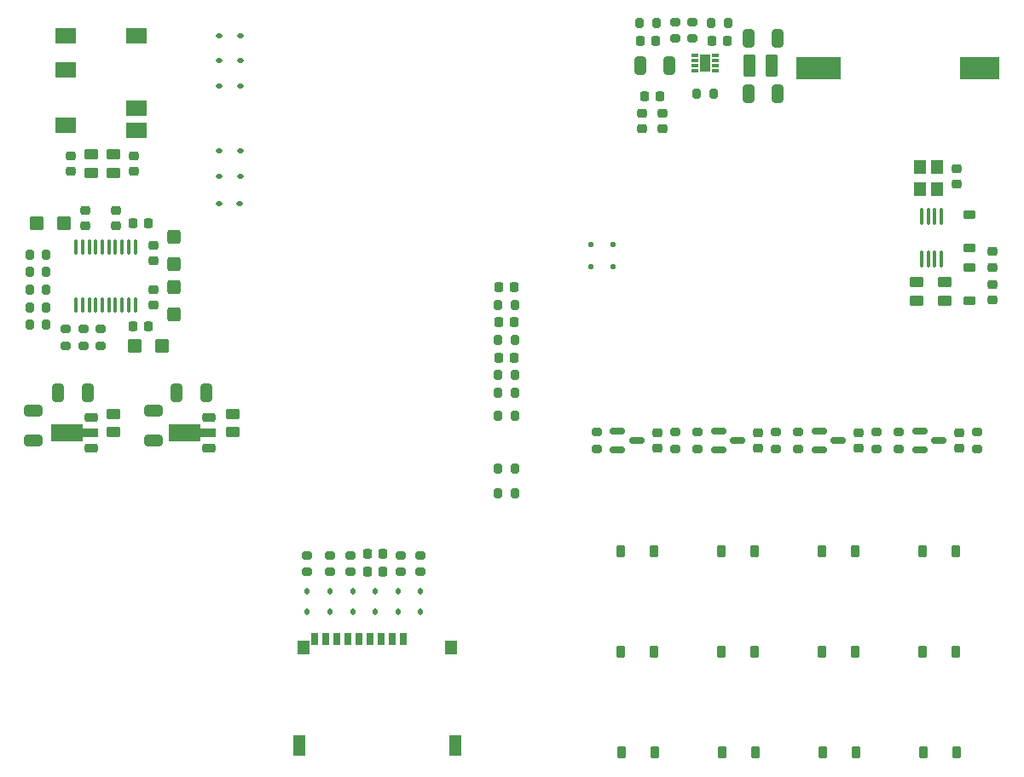
<source format=gbr>
%TF.GenerationSoftware,KiCad,Pcbnew,8.0.8*%
%TF.CreationDate,2025-04-26T14:11:05+03:00*%
%TF.ProjectId,rpi_pico_media_board,7270695f-7069-4636-9f5f-6d656469615f,rev?*%
%TF.SameCoordinates,Original*%
%TF.FileFunction,Paste,Top*%
%TF.FilePolarity,Positive*%
%FSLAX46Y46*%
G04 Gerber Fmt 4.6, Leading zero omitted, Abs format (unit mm)*
G04 Created by KiCad (PCBNEW 8.0.8) date 2025-04-26 14:11:05*
%MOMM*%
%LPD*%
G01*
G04 APERTURE LIST*
G04 Aperture macros list*
%AMRoundRect*
0 Rectangle with rounded corners*
0 $1 Rounding radius*
0 $2 $3 $4 $5 $6 $7 $8 $9 X,Y pos of 4 corners*
0 Add a 4 corners polygon primitive as box body*
4,1,4,$2,$3,$4,$5,$6,$7,$8,$9,$2,$3,0*
0 Add four circle primitives for the rounded corners*
1,1,$1+$1,$2,$3*
1,1,$1+$1,$4,$5*
1,1,$1+$1,$6,$7*
1,1,$1+$1,$8,$9*
0 Add four rect primitives between the rounded corners*
20,1,$1+$1,$2,$3,$4,$5,0*
20,1,$1+$1,$4,$5,$6,$7,0*
20,1,$1+$1,$6,$7,$8,$9,0*
20,1,$1+$1,$8,$9,$2,$3,0*%
%AMFreePoly0*
4,1,9,3.862500,-0.866500,0.737500,-0.866500,0.737500,-0.450000,-0.737500,-0.450000,-0.737500,0.450000,0.737500,0.450000,0.737500,0.866500,3.862500,0.866500,3.862500,-0.866500,3.862500,-0.866500,$1*%
G04 Aperture macros list end*
%ADD10RoundRect,0.225000X-0.225000X-0.375000X0.225000X-0.375000X0.225000X0.375000X-0.225000X0.375000X0*%
%ADD11RoundRect,0.150000X-0.587500X-0.150000X0.587500X-0.150000X0.587500X0.150000X-0.587500X0.150000X0*%
%ADD12RoundRect,0.200000X-0.275000X0.200000X-0.275000X-0.200000X0.275000X-0.200000X0.275000X0.200000X0*%
%ADD13RoundRect,0.225000X-0.250000X0.225000X-0.250000X-0.225000X0.250000X-0.225000X0.250000X0.225000X0*%
%ADD14RoundRect,0.225000X0.250000X-0.225000X0.250000X0.225000X-0.250000X0.225000X-0.250000X-0.225000X0*%
%ADD15RoundRect,0.112500X-0.187500X-0.112500X0.187500X-0.112500X0.187500X0.112500X-0.187500X0.112500X0*%
%ADD16RoundRect,0.200000X0.275000X-0.200000X0.275000X0.200000X-0.275000X0.200000X-0.275000X-0.200000X0*%
%ADD17RoundRect,0.225000X-0.225000X-0.250000X0.225000X-0.250000X0.225000X0.250000X-0.225000X0.250000X0*%
%ADD18RoundRect,0.200000X0.200000X0.275000X-0.200000X0.275000X-0.200000X-0.275000X0.200000X-0.275000X0*%
%ADD19RoundRect,0.200000X-0.200000X-0.275000X0.200000X-0.275000X0.200000X0.275000X-0.200000X0.275000X0*%
%ADD20RoundRect,0.225000X-0.375000X0.225000X-0.375000X-0.225000X0.375000X-0.225000X0.375000X0.225000X0*%
%ADD21RoundRect,0.112500X0.112500X-0.187500X0.112500X0.187500X-0.112500X0.187500X-0.112500X-0.187500X0*%
%ADD22R,0.650000X0.300000*%
%ADD23R,1.100000X1.700000*%
%ADD24RoundRect,0.250000X0.325000X0.650000X-0.325000X0.650000X-0.325000X-0.650000X0.325000X-0.650000X0*%
%ADD25RoundRect,0.225000X0.225000X0.250000X-0.225000X0.250000X-0.225000X-0.250000X0.225000X-0.250000X0*%
%ADD26RoundRect,0.250000X-0.325000X-0.650000X0.325000X-0.650000X0.325000X0.650000X-0.325000X0.650000X0*%
%ADD27RoundRect,0.250000X0.450000X-0.262500X0.450000X0.262500X-0.450000X0.262500X-0.450000X-0.262500X0*%
%ADD28RoundRect,0.100000X-0.100000X0.712500X-0.100000X-0.712500X0.100000X-0.712500X0.100000X0.712500X0*%
%ADD29RoundRect,0.218750X-0.218750X-0.256250X0.218750X-0.256250X0.218750X0.256250X-0.218750X0.256250X0*%
%ADD30RoundRect,0.218750X-0.256250X0.218750X-0.256250X-0.218750X0.256250X-0.218750X0.256250X0.218750X0*%
%ADD31RoundRect,0.250000X0.450000X0.425000X-0.450000X0.425000X-0.450000X-0.425000X0.450000X-0.425000X0*%
%ADD32R,1.200000X1.400000*%
%ADD33RoundRect,0.225000X0.375000X-0.225000X0.375000X0.225000X-0.375000X0.225000X-0.375000X-0.225000X0*%
%ADD34R,4.000000X2.300000*%
%ADD35R,4.400000X2.300000*%
%ADD36RoundRect,0.125000X0.125000X0.125000X-0.125000X0.125000X-0.125000X-0.125000X0.125000X-0.125000X0*%
%ADD37R,0.700000X1.300000*%
%ADD38R,1.200000X2.000000*%
%ADD39RoundRect,0.250000X0.650000X-0.325000X0.650000X0.325000X-0.650000X0.325000X-0.650000X-0.325000X0*%
%ADD40RoundRect,0.250000X-0.425000X0.450000X-0.425000X-0.450000X0.425000X-0.450000X0.425000X0.450000X0*%
%ADD41RoundRect,0.225000X0.425000X0.225000X-0.425000X0.225000X-0.425000X-0.225000X0.425000X-0.225000X0*%
%ADD42FreePoly0,180.000000*%
%ADD43R,2.000000X1.500000*%
%ADD44RoundRect,0.250000X0.425000X-0.450000X0.425000X0.450000X-0.425000X0.450000X-0.425000X-0.450000X0*%
%ADD45RoundRect,0.250000X-0.375000X-0.850000X0.375000X-0.850000X0.375000X0.850000X-0.375000X0.850000X0*%
%ADD46RoundRect,0.250000X-0.450000X-0.425000X0.450000X-0.425000X0.450000X0.425000X-0.450000X0.425000X0*%
%ADD47RoundRect,0.100000X-0.100000X0.637500X-0.100000X-0.637500X0.100000X-0.637500X0.100000X0.637500X0*%
G04 APERTURE END LIST*
D10*
%TO.C,D504*%
X111100000Y-115750000D03*
X114400000Y-115750000D03*
%TD*%
D11*
%TO.C,Q501*%
X120812500Y-93800000D03*
X120812500Y-95700000D03*
X122687500Y-94750000D03*
%TD*%
%TO.C,Q500*%
X110812500Y-93800000D03*
X110812500Y-95700000D03*
X112687500Y-94750000D03*
%TD*%
D12*
%TO.C,R402*%
X84250000Y-106175000D03*
X84250000Y-107825000D03*
%TD*%
D13*
%TO.C,C101*%
X115250000Y-62225000D03*
X115250000Y-63775000D03*
%TD*%
D12*
%TO.C,R401*%
X89250000Y-106175000D03*
X89250000Y-107825000D03*
%TD*%
D14*
%TO.C,C301*%
X60975000Y-73412500D03*
X60975000Y-71862500D03*
%TD*%
D15*
%TO.C,D201*%
X71225000Y-59500000D03*
X73325000Y-59500000D03*
%TD*%
D10*
%TO.C,D507*%
X141100000Y-115750000D03*
X144400000Y-115750000D03*
%TD*%
D16*
%TO.C,R104*%
X118250000Y-54825000D03*
X118250000Y-53175000D03*
%TD*%
D17*
%TO.C,C500*%
X98975000Y-79500000D03*
X100525000Y-79500000D03*
%TD*%
D18*
%TO.C,R103*%
X121750000Y-53250000D03*
X120100000Y-53250000D03*
%TD*%
D19*
%TO.C,R501*%
X98925000Y-92250000D03*
X100575000Y-92250000D03*
%TD*%
D20*
%TO.C,D601*%
X145750000Y-77600000D03*
X145750000Y-80900000D03*
%TD*%
D21*
%TO.C,D401*%
X82250000Y-111800000D03*
X82250000Y-109700000D03*
%TD*%
D22*
%TO.C,PS100*%
X118450000Y-56500000D03*
X118450000Y-57000000D03*
X118450000Y-57500000D03*
X118450000Y-58000000D03*
X120550000Y-58000000D03*
X120550000Y-57500000D03*
X120550000Y-57000000D03*
X120550000Y-56500000D03*
D23*
X119500000Y-57250000D03*
%TD*%
D12*
%TO.C,R108*%
X138750000Y-93925000D03*
X138750000Y-95575000D03*
%TD*%
D16*
%TO.C,R107*%
X146500000Y-95575000D03*
X146500000Y-93925000D03*
%TD*%
D24*
%TO.C,C108*%
X69975000Y-90000000D03*
X67025000Y-90000000D03*
%TD*%
D21*
%TO.C,D404*%
X91250000Y-111800000D03*
X91250000Y-109700000D03*
%TD*%
D25*
%TO.C,C104*%
X121700000Y-55000000D03*
X120150000Y-55000000D03*
%TD*%
D16*
%TO.C,R509*%
X126500000Y-95575000D03*
X126500000Y-93925000D03*
%TD*%
D26*
%TO.C,C106*%
X123775000Y-54750000D03*
X126725000Y-54750000D03*
%TD*%
D27*
%TO.C,R106*%
X60750000Y-93912500D03*
X60750000Y-92087500D03*
%TD*%
D17*
%TO.C,C302*%
X62700000Y-83362500D03*
X64250000Y-83362500D03*
%TD*%
D16*
%TO.C,R507*%
X116500000Y-95575000D03*
X116500000Y-93925000D03*
%TD*%
D10*
%TO.C,D509*%
X121200000Y-125750000D03*
X124500000Y-125750000D03*
%TD*%
D19*
%TO.C,R502*%
X98925000Y-97500000D03*
X100575000Y-97500000D03*
%TD*%
D10*
%TO.C,D503*%
X141100000Y-105750000D03*
X144400000Y-105750000D03*
%TD*%
D27*
%TO.C,R308*%
X58500000Y-68162500D03*
X58500000Y-66337500D03*
%TD*%
D28*
%TO.C,U600*%
X142950000Y-72500000D03*
X142300000Y-72500000D03*
X141650000Y-72500000D03*
X141000000Y-72500000D03*
X141000000Y-76725000D03*
X141650000Y-76725000D03*
X142300000Y-76725000D03*
X142950000Y-76725000D03*
%TD*%
D19*
%TO.C,R505*%
X98925000Y-84750000D03*
X100575000Y-84750000D03*
%TD*%
D14*
%TO.C,C306*%
X64750000Y-81275000D03*
X64750000Y-79725000D03*
%TD*%
D21*
%TO.C,D405*%
X80000000Y-111800000D03*
X80000000Y-109700000D03*
%TD*%
D29*
%TO.C,L100*%
X113462500Y-60500000D03*
X115037500Y-60500000D03*
%TD*%
D14*
%TO.C,C308*%
X57975000Y-73412500D03*
X57975000Y-71862500D03*
%TD*%
D27*
%TO.C,R601*%
X143325000Y-80862500D03*
X143325000Y-79037500D03*
%TD*%
D25*
%TO.C,C300*%
X64250000Y-73137500D03*
X62700000Y-73137500D03*
%TD*%
D19*
%TO.C,R101*%
X118675000Y-60250000D03*
X120325000Y-60250000D03*
%TD*%
D14*
%TO.C,C600*%
X148000000Y-77525000D03*
X148000000Y-75975000D03*
%TD*%
D11*
%TO.C,Q100*%
X140812500Y-93800000D03*
X140812500Y-95700000D03*
X142687500Y-94750000D03*
%TD*%
D30*
%TO.C,D513*%
X124750000Y-93962500D03*
X124750000Y-95537500D03*
%TD*%
D31*
%TO.C,C309*%
X55825000Y-73137500D03*
X53125000Y-73137500D03*
%TD*%
D27*
%TO.C,R600*%
X140500000Y-80862500D03*
X140500000Y-79037500D03*
%TD*%
D13*
%TO.C,C304*%
X64725000Y-75337500D03*
X64725000Y-76887500D03*
%TD*%
D10*
%TO.C,D510*%
X131200000Y-125750000D03*
X134500000Y-125750000D03*
%TD*%
D21*
%TO.C,D403*%
X84500000Y-111800000D03*
X84500000Y-109700000D03*
%TD*%
D19*
%TO.C,R307*%
X52425000Y-79750000D03*
X54075000Y-79750000D03*
%TD*%
D10*
%TO.C,D506*%
X131100000Y-115750000D03*
X134400000Y-115750000D03*
%TD*%
D17*
%TO.C,C502*%
X98975000Y-86500000D03*
X100525000Y-86500000D03*
%TD*%
D32*
%TO.C,Y600*%
X142500000Y-69750000D03*
X142500000Y-67550000D03*
X140800000Y-67550000D03*
X140800000Y-69750000D03*
%TD*%
D19*
%TO.C,R303*%
X52425000Y-83250000D03*
X54075000Y-83250000D03*
%TD*%
D24*
%TO.C,C102*%
X115975000Y-57500000D03*
X113025000Y-57500000D03*
%TD*%
D10*
%TO.C,D505*%
X121100000Y-115750000D03*
X124400000Y-115750000D03*
%TD*%
D15*
%TO.C,D202*%
X71225000Y-57000000D03*
X73325000Y-57000000D03*
%TD*%
D10*
%TO.C,D500*%
X111100000Y-105750000D03*
X114400000Y-105750000D03*
%TD*%
D15*
%TO.C,D206*%
X71225000Y-66000000D03*
X73325000Y-66000000D03*
%TD*%
D12*
%TO.C,R508*%
X108750000Y-93925000D03*
X108750000Y-95575000D03*
%TD*%
D26*
%TO.C,C105*%
X123775000Y-60250000D03*
X126725000Y-60250000D03*
%TD*%
D14*
%TO.C,C602*%
X144500000Y-69275000D03*
X144500000Y-67725000D03*
%TD*%
D13*
%TO.C,C311*%
X62750000Y-66475000D03*
X62750000Y-68025000D03*
%TD*%
D12*
%TO.C,R510*%
X118750000Y-93925000D03*
X118750000Y-95575000D03*
%TD*%
D19*
%TO.C,R306*%
X52425000Y-78000000D03*
X54075000Y-78000000D03*
%TD*%
D33*
%TO.C,D600*%
X145750000Y-75650000D03*
X145750000Y-72350000D03*
%TD*%
D16*
%TO.C,R301*%
X57750000Y-85325000D03*
X57750000Y-83675000D03*
%TD*%
D34*
%TO.C,BT600*%
X146750000Y-57750000D03*
D35*
X130750000Y-57750000D03*
%TD*%
D15*
%TO.C,D203*%
X71225000Y-54500000D03*
X73325000Y-54500000D03*
%TD*%
D13*
%TO.C,C100*%
X113250000Y-62225000D03*
X113250000Y-63775000D03*
%TD*%
%TO.C,C601*%
X148000000Y-79225000D03*
X148000000Y-80775000D03*
%TD*%
D12*
%TO.C,R404*%
X80000000Y-106175000D03*
X80000000Y-107825000D03*
%TD*%
D30*
%TO.C,D101*%
X144750000Y-93962500D03*
X144750000Y-95537500D03*
%TD*%
D36*
%TO.C,D100*%
X110350000Y-77500000D03*
X108150000Y-77500000D03*
%TD*%
D37*
%TO.C,J400*%
X89500000Y-114500000D03*
X88400000Y-114500000D03*
X87300000Y-114500000D03*
X86200000Y-114500000D03*
X85100000Y-114500000D03*
X84000000Y-114500000D03*
X82900000Y-114500000D03*
X81800000Y-114500000D03*
X80700000Y-114500000D03*
D32*
X79600000Y-115350000D03*
D38*
X79180000Y-125050000D03*
X94700000Y-125050000D03*
D32*
X94280000Y-115350000D03*
%TD*%
D19*
%TO.C,R500*%
X98925000Y-90000000D03*
X100575000Y-90000000D03*
%TD*%
D24*
%TO.C,C110*%
X58225000Y-90000000D03*
X55275000Y-90000000D03*
%TD*%
D39*
%TO.C,C107*%
X64750000Y-94725000D03*
X64750000Y-91775000D03*
%TD*%
D27*
%TO.C,R105*%
X72550000Y-93912500D03*
X72550000Y-92087500D03*
%TD*%
D10*
%TO.C,D501*%
X121100000Y-105750000D03*
X124400000Y-105750000D03*
%TD*%
D19*
%TO.C,R304*%
X52425000Y-81500000D03*
X54075000Y-81500000D03*
%TD*%
D40*
%TO.C,C305*%
X66725000Y-74512500D03*
X66725000Y-77212500D03*
%TD*%
D30*
%TO.C,D512*%
X114750000Y-93962500D03*
X114750000Y-95537500D03*
%TD*%
D19*
%TO.C,R504*%
X98925000Y-81250000D03*
X100575000Y-81250000D03*
%TD*%
D13*
%TO.C,C310*%
X56500000Y-66475000D03*
X56500000Y-68025000D03*
%TD*%
D27*
%TO.C,R309*%
X60750000Y-68162500D03*
X60750000Y-66337500D03*
%TD*%
D19*
%TO.C,R506*%
X98925000Y-88250000D03*
X100575000Y-88250000D03*
%TD*%
D12*
%TO.C,R512*%
X128750000Y-93925000D03*
X128750000Y-95575000D03*
%TD*%
D17*
%TO.C,C401*%
X85975000Y-107750000D03*
X87525000Y-107750000D03*
%TD*%
D21*
%TO.C,D402*%
X89000000Y-111800000D03*
X89000000Y-109700000D03*
%TD*%
D18*
%TO.C,R102*%
X114650000Y-53250000D03*
X113000000Y-53250000D03*
%TD*%
D41*
%TO.C,U100*%
X70250000Y-95500000D03*
D42*
X70162500Y-94000000D03*
D41*
X70250000Y-92500000D03*
%TD*%
D10*
%TO.C,D511*%
X141200000Y-125750000D03*
X144500000Y-125750000D03*
%TD*%
D12*
%TO.C,R403*%
X91250000Y-106175000D03*
X91250000Y-107825000D03*
%TD*%
D36*
%TO.C,D200*%
X110350000Y-75250000D03*
X108150000Y-75250000D03*
%TD*%
D12*
%TO.C,R400*%
X82250000Y-106175000D03*
X82250000Y-107825000D03*
%TD*%
D43*
%TO.C,J300*%
X56000000Y-54540000D03*
X56000000Y-57940000D03*
X56000000Y-63440000D03*
X63000000Y-54540000D03*
X63000000Y-61740000D03*
X63000000Y-63940000D03*
%TD*%
D10*
%TO.C,D508*%
X111200000Y-125750000D03*
X114500000Y-125750000D03*
%TD*%
D17*
%TO.C,C501*%
X98975000Y-83000000D03*
X100525000Y-83000000D03*
%TD*%
D39*
%TO.C,C109*%
X52800000Y-94725000D03*
X52800000Y-91775000D03*
%TD*%
D30*
%TO.C,D514*%
X134750000Y-93962500D03*
X134750000Y-95537500D03*
%TD*%
D15*
%TO.C,D205*%
X71225000Y-68500000D03*
X73325000Y-68500000D03*
%TD*%
D44*
%TO.C,C307*%
X66725000Y-82212500D03*
X66725000Y-79512500D03*
%TD*%
D10*
%TO.C,D502*%
X131100000Y-105750000D03*
X134400000Y-105750000D03*
%TD*%
D16*
%TO.C,R511*%
X136500000Y-95575000D03*
X136500000Y-93925000D03*
%TD*%
D19*
%TO.C,R305*%
X52425000Y-76250000D03*
X54075000Y-76250000D03*
%TD*%
D17*
%TO.C,C400*%
X85975000Y-106000000D03*
X87525000Y-106000000D03*
%TD*%
D45*
%TO.C,L101*%
X123925000Y-57500000D03*
X126075000Y-57500000D03*
%TD*%
D16*
%TO.C,R100*%
X116500000Y-54825000D03*
X116500000Y-53175000D03*
%TD*%
%TO.C,R300*%
X59475000Y-85325000D03*
X59475000Y-83675000D03*
%TD*%
D25*
%TO.C,C103*%
X114600000Y-55000000D03*
X113050000Y-55000000D03*
%TD*%
D19*
%TO.C,R503*%
X98925000Y-100000000D03*
X100575000Y-100000000D03*
%TD*%
D41*
%TO.C,U101*%
X58500000Y-95500000D03*
D42*
X58412500Y-94000000D03*
D41*
X58500000Y-92500000D03*
%TD*%
D15*
%TO.C,D4*%
X71200000Y-71250000D03*
X73300000Y-71250000D03*
%TD*%
D46*
%TO.C,C303*%
X62875000Y-85387500D03*
X65575000Y-85387500D03*
%TD*%
D16*
%TO.C,R302*%
X55975000Y-85325000D03*
X55975000Y-83675000D03*
%TD*%
D47*
%TO.C,U300*%
X62900000Y-75525000D03*
X62250000Y-75525000D03*
X61600000Y-75525000D03*
X60950000Y-75525000D03*
X60300000Y-75525000D03*
X59650000Y-75525000D03*
X59000000Y-75525000D03*
X58350000Y-75525000D03*
X57700000Y-75525000D03*
X57050000Y-75525000D03*
X57050000Y-81250000D03*
X57700000Y-81250000D03*
X58350000Y-81250000D03*
X59000000Y-81250000D03*
X59650000Y-81250000D03*
X60300000Y-81250000D03*
X60950000Y-81250000D03*
X61600000Y-81250000D03*
X62250000Y-81250000D03*
X62900000Y-81250000D03*
%TD*%
D21*
%TO.C,D400*%
X86750000Y-111800000D03*
X86750000Y-109700000D03*
%TD*%
D11*
%TO.C,Q502*%
X130812500Y-93800000D03*
X130812500Y-95700000D03*
X132687500Y-94750000D03*
%TD*%
M02*

</source>
